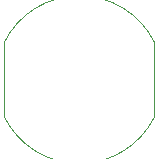
<source format=gbr>
G04 #@! TF.FileFunction,Profile,NP*
%FSLAX46Y46*%
G04 Gerber Fmt 4.6, Leading zero omitted, Abs format (unit mm)*
G04 Created by KiCad (PCBNEW 4.0.6) date 07/30/18 22:38:16*
%MOMM*%
%LPD*%
G01*
G04 APERTURE LIST*
%ADD10C,0.304800*%
%ADD11C,0.101600*%
G04 APERTURE END LIST*
D10*
D11*
X107957193Y-104760573D02*
X107957193Y-98439427D01*
X95250000Y-104775000D02*
X95250000Y-98425000D01*
X107957193Y-104760573D02*
G75*
G02X95250000Y-104775000I-6357193J3160573D01*
G01*
X107957193Y-98439427D02*
G75*
G03X95250000Y-98425000I-6357193J-3160573D01*
G01*
M02*

</source>
